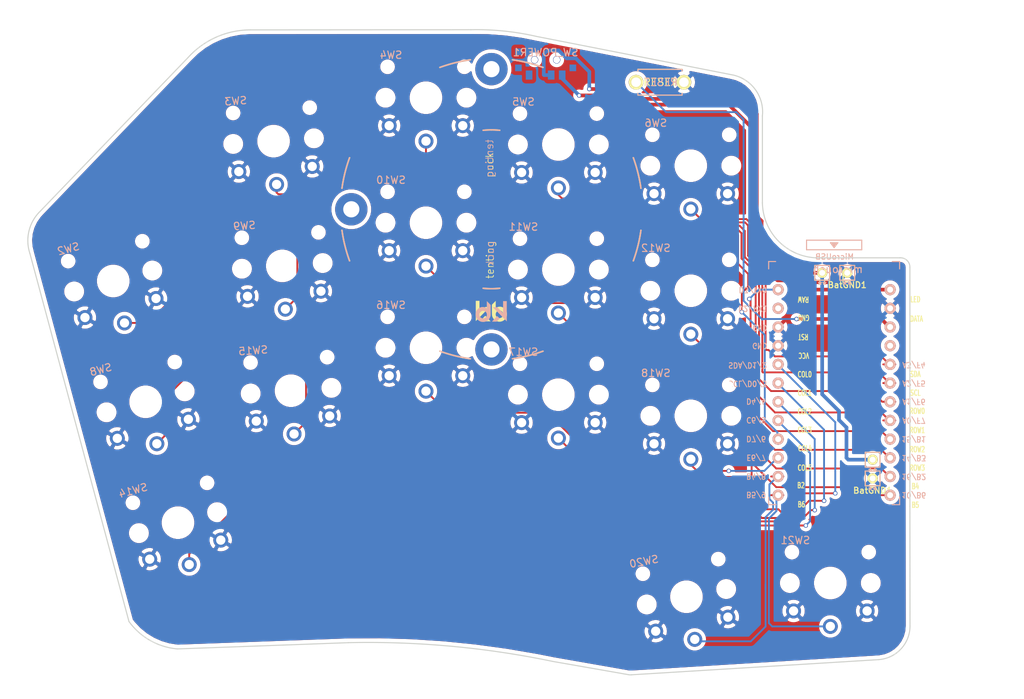
<source format=kicad_pcb>
(kicad_pcb (version 20171130) (host pcbnew 5.1.10)
  (title_block (title hypergolic) (date 2020-12-26) (rev 0.1) (company broomlabs))
  (layers (0 F.Cu signal) (31 B.Cu signal) (34 B.Paste user) (35 F.Paste user) (36 B.SilkS user) (37 F.SilkS user) (38 B.Mask user) (39 F.Mask user) (44 Edge.Cuts user))
  (net 0 "")
  (net 1 reset)
  (net 2 BT+)
  (net 3 gnd)
  (net 4 vcc)
  (net 5 Switch18)
  (net 6 Switch1)
  (net 7 Switch2)
  (net 8 Switch3)
  (net 9 Switch4)
  (net 10 Switch5)
  (net 11 Switch6)
  (net 12 Switch7)
  (net 13 Switch8)
  (net 14 Switch9)
  (net 15 Switch10)
  (net 16 Switch11)
  (net 17 Switch12)
  (net 18 Switch13)
  (net 19 Switch14)
  (net 20 Switch15)
  (net 21 Switch16)
  (net 22 Switch17)
  (net 23 "Net-(SW_POWER1-Pad1)")
  (net 24 raw)
  (module Kailh:SW_PG1350_rev_DPB (layer F.Cu) (at 98 46.04)
    (fp_text reference SW11 hide)
    (fp_text value SW_Push hide)
    (fp_text user %R (at -4.76 -5.8) (layer B.SilkS) (effects (justify mirror)))
    (pad "" np_thru_hole circle (at -5.5 0) (size 1.7018 1.7018) (drill 1.7018) (layers *.Cu *.Mask))
    (pad "" np_thru_hole circle (at 5.5 0) (size 1.7018 1.7018) (drill 1.7018) (layers *.Cu *.Mask))
    (pad "" np_thru_hole circle (at 5.22 -4.2) (size 0.9906 0.9906) (drill 0.9906) (layers *.Cu *.Mask))
    (pad 1 thru_hole circle (at 0 5.9) (size 2.032 2.032) (drill 1.27) (layers *.Cu *.Mask) (net 14 Switch9))
    (pad 2 thru_hole circle (at -5 3.8) (size 2.032 2.032) (drill 1.27) (layers *.Cu *.Mask) (net 3 gnd))
    (pad "" np_thru_hole circle (at 0 0) (size 3.429 3.429) (drill 3.429) (layers *.Cu *.Mask))
    (pad 2 thru_hole circle (at 5 3.8) (size 2.032 2.032) (drill 1.27) (layers *.Cu *.Mask) (net 3 gnd))
    (pad "" np_thru_hole circle (at -5.22 -4.2) (size 0.9906 0.9906) (drill 0.9906) (layers *.Cu *.Mask))
  )
  (module Kailh:SW_PG1350_rev_DPB (layer F.Cu) (at 116 65.92)
    (fp_text reference SW18 hide)
    (fp_text value SW_Push hide)
    (fp_text user %R (at -4.76 -5.8) (layer B.SilkS) (effects (justify mirror)))
    (pad "" np_thru_hole circle (at -5.5 0) (size 1.7018 1.7018) (drill 1.7018) (layers *.Cu *.Mask))
    (pad "" np_thru_hole circle (at 5.5 0) (size 1.7018 1.7018) (drill 1.7018) (layers *.Cu *.Mask))
    (pad "" np_thru_hole circle (at 5.22 -4.2) (size 0.9906 0.9906) (drill 0.9906) (layers *.Cu *.Mask))
    (pad 1 thru_hole circle (at 0 5.9) (size 2.032 2.032) (drill 1.27) (layers *.Cu *.Mask) (net 20 Switch15))
    (pad 2 thru_hole circle (at -5 3.8) (size 2.032 2.032) (drill 1.27) (layers *.Cu *.Mask) (net 3 gnd))
    (pad "" np_thru_hole circle (at 0 0) (size 3.429 3.429) (drill 3.429) (layers *.Cu *.Mask))
    (pad 2 thru_hole circle (at 5 3.8) (size 2.032 2.032) (drill 1.27) (layers *.Cu *.Mask) (net 3 gnd))
    (pad "" np_thru_hole circle (at -5.22 -4.2) (size 0.9906 0.9906) (drill 0.9906) (layers *.Cu *.Mask))
  )
  (module Kailh:SW_PG1350_rev_DPB (layer F.Cu) (at 59.2853 28.5816 4)
    (fp_text reference SW3 hide)
    (fp_text value SW_Push hide)
    (fp_text user %R (at -4.76 -5.8 4) (layer B.SilkS) (effects (justify mirror)))
    (pad "" np_thru_hole circle (at -5.5 0 4) (size 1.7018 1.7018) (drill 1.7018) (layers *.Cu *.Mask))
    (pad "" np_thru_hole circle (at 5.5 0 4) (size 1.7018 1.7018) (drill 1.7018) (layers *.Cu *.Mask))
    (pad "" np_thru_hole circle (at 5.22 -4.2 4) (size 0.9906 0.9906) (drill 0.9906) (layers *.Cu *.Mask))
    (pad 1 thru_hole circle (at 0 5.9 4) (size 2.032 2.032) (drill 1.27) (layers *.Cu *.Mask) (net 7 Switch2))
    (pad 2 thru_hole circle (at -5 3.8 4) (size 2.032 2.032) (drill 1.27) (layers *.Cu *.Mask) (net 3 gnd))
    (pad "" np_thru_hole circle (at 0 0 4) (size 3.429 3.429) (drill 3.429) (layers *.Cu *.Mask))
    (pad 2 thru_hole circle (at 5 3.8 4) (size 2.032 2.032) (drill 1.27) (layers *.Cu *.Mask) (net 3 gnd))
    (pad "" np_thru_hole circle (at -5.22 -4.2 4) (size 0.9906 0.9906) (drill 0.9906) (layers *.Cu *.Mask))
  )
  (module Kailh:SW_PG1350_rev_DPB (layer F.Cu) (at 116 48.92)
    (fp_text reference SW12 hide)
    (fp_text value SW_Push hide)
    (fp_text user %R (at -4.76 -5.8) (layer B.SilkS) (effects (justify mirror)))
    (pad "" np_thru_hole circle (at -5.5 0) (size 1.7018 1.7018) (drill 1.7018) (layers *.Cu *.Mask))
    (pad "" np_thru_hole circle (at 5.5 0) (size 1.7018 1.7018) (drill 1.7018) (layers *.Cu *.Mask))
    (pad "" np_thru_hole circle (at 5.22 -4.2) (size 0.9906 0.9906) (drill 0.9906) (layers *.Cu *.Mask))
    (pad 1 thru_hole circle (at 0 5.9) (size 2.032 2.032) (drill 1.27) (layers *.Cu *.Mask) (net 15 Switch10))
    (pad 2 thru_hole circle (at -5 3.8) (size 2.032 2.032) (drill 1.27) (layers *.Cu *.Mask) (net 3 gnd))
    (pad "" np_thru_hole circle (at 0 0) (size 3.429 3.429) (drill 3.429) (layers *.Cu *.Mask))
    (pad 2 thru_hole circle (at 5 3.8) (size 2.032 2.032) (drill 1.27) (layers *.Cu *.Mask) (net 3 gnd))
    (pad "" np_thru_hole circle (at -5.22 -4.2) (size 0.9906 0.9906) (drill 0.9906) (layers *.Cu *.Mask))
  )
  (module Kailh:SW_PG1350_rev_DPB (layer F.Cu) (at 134.966 88.646)
    (fp_text reference SW21 hide)
    (fp_text value SW_Push hide)
    (fp_text user %R (at -4.76 -5.8) (layer B.SilkS) (effects (justify mirror)))
    (pad "" np_thru_hole circle (at -5.5 0) (size 1.7018 1.7018) (drill 1.7018) (layers *.Cu *.Mask))
    (pad "" np_thru_hole circle (at 5.5 0) (size 1.7018 1.7018) (drill 1.7018) (layers *.Cu *.Mask))
    (pad "" np_thru_hole circle (at 5.22 -4.2) (size 0.9906 0.9906) (drill 0.9906) (layers *.Cu *.Mask))
    (pad 1 thru_hole circle (at 0 5.9) (size 2.032 2.032) (drill 1.27) (layers *.Cu *.Mask) (net 22 Switch17))
    (pad 2 thru_hole circle (at -5 3.8) (size 2.032 2.032) (drill 1.27) (layers *.Cu *.Mask) (net 3 gnd))
    (pad "" np_thru_hole circle (at 0 0) (size 3.429 3.429) (drill 3.429) (layers *.Cu *.Mask))
    (pad 2 thru_hole circle (at 5 3.8) (size 2.032 2.032) (drill 1.27) (layers *.Cu *.Mask) (net 3 gnd))
    (pad "" np_thru_hole circle (at -5.22 -4.2) (size 0.9906 0.9906) (drill 0.9906) (layers *.Cu *.Mask))
  )
  (module Kailh:SW_PG1350_rev_DPB (layer F.Cu) (at 115.408 90.514 11)
    (fp_text reference SW20 hide)
    (fp_text value SW_Push hide)
    (fp_text user %R (at -4.76 -5.8 11) (layer B.SilkS) (effects (justify mirror)))
    (pad "" np_thru_hole circle (at -5.5 0 11) (size 1.7018 1.7018) (drill 1.7018) (layers *.Cu *.Mask))
    (pad "" np_thru_hole circle (at 5.5 0 11) (size 1.7018 1.7018) (drill 1.7018) (layers *.Cu *.Mask))
    (pad "" np_thru_hole circle (at 5.22 -4.2 11) (size 0.9906 0.9906) (drill 0.9906) (layers *.Cu *.Mask))
    (pad 1 thru_hole circle (at 0 5.9 11) (size 2.032 2.032) (drill 1.27) (layers *.Cu *.Mask) (net 21 Switch16))
    (pad 2 thru_hole circle (at -5 3.8 11) (size 2.032 2.032) (drill 1.27) (layers *.Cu *.Mask) (net 3 gnd))
    (pad "" np_thru_hole circle (at 0 0 11) (size 3.429 3.429) (drill 3.429) (layers *.Cu *.Mask))
    (pad 2 thru_hole circle (at 5 3.8 11) (size 2.032 2.032) (drill 1.27) (layers *.Cu *.Mask) (net 3 gnd))
    (pad "" np_thru_hole circle (at -5.22 -4.2 11) (size 0.9906 0.9906) (drill 0.9906) (layers *.Cu *.Mask))
  )
  (module Kailh:SW_PG1350_rev_DPB (layer F.Cu) (at 98 63.045)
    (fp_text reference SW17 hide)
    (fp_text value SW_Push hide)
    (fp_text user %R (at -4.76 -5.8) (layer B.SilkS) (effects (justify mirror)))
    (pad "" np_thru_hole circle (at -5.5 0) (size 1.7018 1.7018) (drill 1.7018) (layers *.Cu *.Mask))
    (pad "" np_thru_hole circle (at 5.5 0) (size 1.7018 1.7018) (drill 1.7018) (layers *.Cu *.Mask))
    (pad "" np_thru_hole circle (at 5.22 -4.2) (size 0.9906 0.9906) (drill 0.9906) (layers *.Cu *.Mask))
    (pad 1 thru_hole circle (at 0 5.9) (size 2.032 2.032) (drill 1.27) (layers *.Cu *.Mask) (net 19 Switch14))
    (pad 2 thru_hole circle (at -5 3.8) (size 2.032 2.032) (drill 1.27) (layers *.Cu *.Mask) (net 3 gnd))
    (pad "" np_thru_hole circle (at 0 0) (size 3.429 3.429) (drill 3.429) (layers *.Cu *.Mask))
    (pad 2 thru_hole circle (at 5 3.8) (size 2.032 2.032) (drill 1.27) (layers *.Cu *.Mask) (net 3 gnd))
    (pad "" np_thru_hole circle (at -5.22 -4.2) (size 0.9906 0.9906) (drill 0.9906) (layers *.Cu *.Mask))
  )
  (module Kailh:SW_PG1350_rev_DPB (layer F.Cu) (at 80 56.67)
    (fp_text reference SW16 hide)
    (fp_text value SW_Push hide)
    (fp_text user %R (at -4.76 -5.8) (layer B.SilkS) (effects (justify mirror)))
    (pad "" np_thru_hole circle (at -5.5 0) (size 1.7018 1.7018) (drill 1.7018) (layers *.Cu *.Mask))
    (pad "" np_thru_hole circle (at 5.5 0) (size 1.7018 1.7018) (drill 1.7018) (layers *.Cu *.Mask))
    (pad "" np_thru_hole circle (at 5.22 -4.2) (size 0.9906 0.9906) (drill 0.9906) (layers *.Cu *.Mask))
    (pad 1 thru_hole circle (at 0 5.9) (size 2.032 2.032) (drill 1.27) (layers *.Cu *.Mask) (net 18 Switch13))
    (pad 2 thru_hole circle (at -5 3.8) (size 2.032 2.032) (drill 1.27) (layers *.Cu *.Mask) (net 3 gnd))
    (pad "" np_thru_hole circle (at 0 0) (size 3.429 3.429) (drill 3.429) (layers *.Cu *.Mask))
    (pad 2 thru_hole circle (at 5 3.8) (size 2.032 2.032) (drill 1.27) (layers *.Cu *.Mask) (net 3 gnd))
    (pad "" np_thru_hole circle (at -5.22 -4.2) (size 0.9906 0.9906) (drill 0.9906) (layers *.Cu *.Mask))
  )
  (module Kailh:SW_PG1350_rev_DPB (layer F.Cu) (at 61.6573 62.5037 4)
    (fp_text reference SW15 hide)
    (fp_text value SW_Push hide)
    (fp_text user %R (at -4.76 -5.8 4) (layer B.SilkS) (effects (justify mirror)))
    (pad "" np_thru_hole circle (at -5.5 0 4) (size 1.7018 1.7018) (drill 1.7018) (layers *.Cu *.Mask))
    (pad "" np_thru_hole circle (at 5.5 0 4) (size 1.7018 1.7018) (drill 1.7018) (layers *.Cu *.Mask))
    (pad "" np_thru_hole circle (at 5.22 -4.2 4) (size 0.9906 0.9906) (drill 0.9906) (layers *.Cu *.Mask))
    (pad 1 thru_hole circle (at 0 5.9 4) (size 2.032 2.032) (drill 1.27) (layers *.Cu *.Mask) (net 17 Switch12))
    (pad 2 thru_hole circle (at -5 3.8 4) (size 2.032 2.032) (drill 1.27) (layers *.Cu *.Mask) (net 3 gnd))
    (pad "" np_thru_hole circle (at 0 0 4) (size 3.429 3.429) (drill 3.429) (layers *.Cu *.Mask))
    (pad 2 thru_hole circle (at 5 3.8 4) (size 2.032 2.032) (drill 1.27) (layers *.Cu *.Mask) (net 3 gnd))
    (pad "" np_thru_hole circle (at -5.22 -4.2 4) (size 0.9906 0.9906) (drill 0.9906) (layers *.Cu *.Mask))
  )
  (module Kailh:SW_PG1350_rev_DPB (layer F.Cu) (at 80 39.67)
    (fp_text reference SW10 hide)
    (fp_text value SW_Push hide)
    (fp_text user %R (at -4.76 -5.8) (layer B.SilkS) (effects (justify mirror)))
    (pad "" np_thru_hole circle (at -5.5 0) (size 1.7018 1.7018) (drill 1.7018) (layers *.Cu *.Mask))
    (pad "" np_thru_hole circle (at 5.5 0) (size 1.7018 1.7018) (drill 1.7018) (layers *.Cu *.Mask))
    (pad "" np_thru_hole circle (at 5.22 -4.2) (size 0.9906 0.9906) (drill 0.9906) (layers *.Cu *.Mask))
    (pad 1 thru_hole circle (at 0 5.9) (size 2.032 2.032) (drill 1.27) (layers *.Cu *.Mask) (net 13 Switch8))
    (pad 2 thru_hole circle (at -5 3.8) (size 2.032 2.032) (drill 1.27) (layers *.Cu *.Mask) (net 3 gnd))
    (pad "" np_thru_hole circle (at 0 0) (size 3.429 3.429) (drill 3.429) (layers *.Cu *.Mask))
    (pad 2 thru_hole circle (at 5 3.8) (size 2.032 2.032) (drill 1.27) (layers *.Cu *.Mask) (net 3 gnd))
    (pad "" np_thru_hole circle (at -5.22 -4.2) (size 0.9906 0.9906) (drill 0.9906) (layers *.Cu *.Mask))
  )
  (module Kailh:SW_PG1350_rev_DPB (layer F.Cu) (at 116 31.92)
    (fp_text reference SW6 hide)
    (fp_text value SW_Push hide)
    (fp_text user %R (at -4.76 -5.8) (layer B.SilkS) (effects (justify mirror)))
    (pad "" np_thru_hole circle (at -5.5 0) (size 1.7018 1.7018) (drill 1.7018) (layers *.Cu *.Mask))
    (pad "" np_thru_hole circle (at 5.5 0) (size 1.7018 1.7018) (drill 1.7018) (layers *.Cu *.Mask))
    (pad "" np_thru_hole circle (at 5.22 -4.2) (size 0.9906 0.9906) (drill 0.9906) (layers *.Cu *.Mask))
    (pad 1 thru_hole circle (at 0 5.9) (size 2.032 2.032) (drill 1.27) (layers *.Cu *.Mask) (net 10 Switch5))
    (pad 2 thru_hole circle (at -5 3.8) (size 2.032 2.032) (drill 1.27) (layers *.Cu *.Mask) (net 3 gnd))
    (pad "" np_thru_hole circle (at 0 0) (size 3.429 3.429) (drill 3.429) (layers *.Cu *.Mask))
    (pad 2 thru_hole circle (at 5 3.8) (size 2.032 2.032) (drill 1.27) (layers *.Cu *.Mask) (net 3 gnd))
    (pad "" np_thru_hole circle (at -5.22 -4.2) (size 0.9906 0.9906) (drill 0.9906) (layers *.Cu *.Mask))
  )
  (module Kailh:SW_PG1350_rev_DPB (layer F.Cu) (at 98 29.04)
    (fp_text reference SW5 hide)
    (fp_text value SW_Push hide)
    (fp_text user %R (at -4.76 -5.8) (layer B.SilkS) (effects (justify mirror)))
    (pad "" np_thru_hole circle (at -5.5 0) (size 1.7018 1.7018) (drill 1.7018) (layers *.Cu *.Mask))
    (pad "" np_thru_hole circle (at 5.5 0) (size 1.7018 1.7018) (drill 1.7018) (layers *.Cu *.Mask))
    (pad "" np_thru_hole circle (at 5.22 -4.2) (size 0.9906 0.9906) (drill 0.9906) (layers *.Cu *.Mask))
    (pad 1 thru_hole circle (at 0 5.9) (size 2.032 2.032) (drill 1.27) (layers *.Cu *.Mask) (net 9 Switch4))
    (pad 2 thru_hole circle (at -5 3.8) (size 2.032 2.032) (drill 1.27) (layers *.Cu *.Mask) (net 3 gnd))
    (pad "" np_thru_hole circle (at 0 0) (size 3.429 3.429) (drill 3.429) (layers *.Cu *.Mask))
    (pad 2 thru_hole circle (at 5 3.8) (size 2.032 2.032) (drill 1.27) (layers *.Cu *.Mask) (net 3 gnd))
    (pad "" np_thru_hole circle (at -5.22 -4.2) (size 0.9906 0.9906) (drill 0.9906) (layers *.Cu *.Mask))
  )
  (module Kailh:SW_PG1350_rev_DPB (layer F.Cu) (at 80 22.68)
    (fp_text reference SW4 hide)
    (fp_text value SW_Push hide)
    (fp_text user %R (at -4.76 -5.8) (layer B.SilkS) (effects (justify mirror)))
    (pad "" np_thru_hole circle (at -5.5 0) (size 1.7018 1.7018) (drill 1.7018) (layers *.Cu *.Mask))
    (pad "" np_thru_hole circle (at 5.5 0) (size 1.7018 1.7018) (drill 1.7018) (layers *.Cu *.Mask))
    (pad "" np_thru_hole circle (at 5.22 -4.2) (size 0.9906 0.9906) (drill 0.9906) (layers *.Cu *.Mask))
    (pad 1 thru_hole circle (at 0 5.9) (size 2.032 2.032) (drill 1.27) (layers *.Cu *.Mask) (net 8 Switch3))
    (pad 2 thru_hole circle (at -5 3.8) (size 2.032 2.032) (drill 1.27) (layers *.Cu *.Mask) (net 3 gnd))
    (pad "" np_thru_hole circle (at 0 0) (size 3.429 3.429) (drill 3.429) (layers *.Cu *.Mask))
    (pad 2 thru_hole circle (at 5 3.8) (size 2.032 2.032) (drill 1.27) (layers *.Cu *.Mask) (net 3 gnd))
    (pad "" np_thru_hole circle (at -5.22 -4.2) (size 0.9906 0.9906) (drill 0.9906) (layers *.Cu *.Mask))
  )
  (module Kailh:SW_PG1350_rev_DPB (layer F.Cu) (at 60.4711 45.5402 4)
    (fp_text reference SW9 hide)
    (fp_text value SW_Push hide)
    (fp_text user %R (at -4.76 -5.8 4) (layer B.SilkS) (effects (justify mirror)))
    (pad "" np_thru_hole circle (at -5.5 0 4) (size 1.7018 1.7018) (drill 1.7018) (layers *.Cu *.Mask))
    (pad "" np_thru_hole circle (at 5.5 0 4) (size 1.7018 1.7018) (drill 1.7018) (layers *.Cu *.Mask))
    (pad "" np_thru_hole circle (at 5.22 -4.2 4) (size 0.9906 0.9906) (drill 0.9906) (layers *.Cu *.Mask))
    (pad 1 thru_hole circle (at 0 5.9 4) (size 2.032 2.032) (drill 1.27) (layers *.Cu *.Mask) (net 12 Switch7))
    (pad 2 thru_hole circle (at -5 3.8 4) (size 2.032 2.032) (drill 1.27) (layers *.Cu *.Mask) (net 3 gnd))
    (pad "" np_thru_hole circle (at 0 0 4) (size 3.429 3.429) (drill 3.429) (layers *.Cu *.Mask))
    (pad 2 thru_hole circle (at 5 3.8 4) (size 2.032 2.032) (drill 1.27) (layers *.Cu *.Mask) (net 3 gnd))
    (pad "" np_thru_hole circle (at -5.22 -4.2 4) (size 0.9906 0.9906) (drill 0.9906) (layers *.Cu *.Mask))
  )
  (module kbd:1pin_conn (layer F.Cu) (at 140.716 74.422)
    (fp_text reference BatGND1 (at 0 1.651) (layer F.SilkS) (effects (font (size 0.8128 0.8128))))
    (fp_text value MountingHole_Pad hide)
    (fp_text user ** (at 0 1.651) (layer B.SilkS) (effects (font (size 0.8128 0.8128)) (justify mirror)))
    (pad 1 thru_hole circle (at 0 0) (size 1.397 1.397) (drill 0.8128) (layers *.Cu *.Mask F.SilkS) (net 3 gnd))
  )
  (module kbd:1pin_conn (layer F.Cu) (at 140.716 71.882)
    (fp_text reference ** (at 0 1.651) (layer F.SilkS) (effects (font (size 0.8128 0.8128))))
    (fp_text value Val** hide)
    (fp_text user ** (at 0 1.651) (layer B.SilkS) (effects (font (size 0.8128 0.8128)) (justify mirror)))
    (pad 1 thru_hole circle (at 0 0) (size 1.397 1.397) (drill 0.8128) (layers *.Cu *.Mask F.SilkS) (net 2 BT+))
  )
  (module kbd:ProMicro_DPB (layer B.Cu) (at 135.482 63.246 180)
    (fp_text reference U1 hide)
    (fp_text value ProMicro-kbd hide)
    (fp_text user MicroUSB (at -0.05 18.95) (layer B.SilkS) (effects (font (size 0.75 0.75) (thickness 0.12)) (justify mirror)))
    (fp_text user B4/8 (at 10.605 -10.9 180 unlocked) (layer B.SilkS) (effects (font (size 0.75 0.67) (thickness 0.125)) (justify mirror)))
    (fp_text user D2/RX1 (at 11.055 11.9 180 unlocked) (layer B.SilkS) (effects (font (size 0.75 0.67) (thickness 0.125)) (justify mirror)))
    (fp_text user B5/9 (at 10.605 -13.4 180 unlocked) (layer B.SilkS) (effects (font (size 0.75 0.67) (thickness 0.125)) (justify mirror)))
    (fp_text user C6/5 (at 10.605 -3.25 180 unlocked) (layer B.SilkS) (effects (font (size 0.75 0.67) (thickness 0.125)) (justify mirror)))
    (fp_text user SCL/D0/3 (at 11.755 1.7 180 unlocked) (layer B.SilkS) (effects (font (size 0.75 0.67) (thickness 0.125)) (justify mirror)))
    (fp_text user SDA/D1/2 (at 11.755 4.2 180 unlocked) (layer B.SilkS) (effects (font (size 0.75 0.67) (thickness 0.125)) (justify mirror)))
    (fp_text user D4/4 (at 10.605 -0.7 180 unlocked) (layer B.SilkS) (effects (font (size 0.75 0.67) (thickness 0.125)) (justify mirror)))
    (fp_text user D3/TX0 (at 11.055 14.45 180 unlocked) (layer B.SilkS) (effects (font (size 0.75 0.67) (thickness 0.125)) (justify mirror)))
    (fp_text user GND (at 10.105 9.3 180 unlocked) (layer B.SilkS) (effects (font (size 0.75 0.67) (thickness 0.125)) (justify mirror)))
    (fp_text user GND (at 10.105 6.85 180 unlocked) (layer B.SilkS) (effects (font (size 0.75 0.67) (thickness 0.125)) (justify mirror)))
    (fp_text user D7/6 (at 10.605 -5.8 180 unlocked) (layer B.SilkS) (effects (font (size 0.75 0.67) (thickness 0.125)) (justify mirror)))
    (fp_text user E6/7 (at 10.605 -8.35 180 unlocked) (layer B.SilkS) (effects (font (size 0.75 0.67) (thickness 0.125)) (justify mirror)))
    (fp_text user 16/B2 (at -10.845 -10.95 180 unlocked) (layer B.SilkS) (effects (font (size 0.75 0.67) (thickness 0.125)) (justify mirror)))
    (fp_text user 10/B6 (at -10.845 -13.45 180 unlocked) (layer B.SilkS) (effects (font (size 0.75 0.67) (thickness 0.125)) (justify mirror)))
    (fp_text user 14/B3 (at -10.845 -8.4 180 unlocked) (layer B.SilkS) (effects (font (size 0.75 0.67) (thickness 0.125)) (justify mirror)))
    (fp_text user 15/B1 (at -10.845 -5.85 180 unlocked) (layer B.SilkS) (effects (font (size 0.75 0.67) (thickness 0.125)) (justify mirror)))
    (fp_text user A0/F7 (at -10.845 -3.3 180 unlocked) (layer B.SilkS) (effects (font (size 0.75 0.67) (thickness 0.125)) (justify mirror)))
    (fp_text user A1/F6 (at -10.845 -0.75 180 unlocked) (layer B.SilkS) (effects (font (size 0.75 0.67) (thickness 0.125)) (justify mirror)))
    (fp_text user A2/F5 (at -10.845 1.75 180 unlocked) (layer B.SilkS) (effects (font (size 0.75 0.67) (thickness 0.125)) (justify mirror)))
    (fp_text user A3/F4 (at -10.845 4.25 180 unlocked) (layer B.SilkS) (effects (font (size 0.75 0.67) (thickness 0.125)) (justify mirror)))
    (fp_text user VCC (at 4.1275 5.5245 180 unlocked) (layer F.SilkS) (effects (font (size 0.75 0.5) (thickness 0.125))))
    (fp_text user RST (at 4.191 8.0645 180 unlocked) (layer F.SilkS) (effects (font (size 0.75 0.5) (thickness 0.125))))
    (fp_text user GND (at 4.1275 10.668 180 unlocked) (layer F.SilkS) (effects (font (size 0.75 0.5) (thickness 0.125))))
    (fp_text user RAW (at 4.191 13.1445 180 unlocked) (layer F.SilkS) (effects (font (size 0.75 0.5) (thickness 0.125))))
    (fp_text user "" (at -0.545 17.4) (layer B.SilkS) (effects (justify mirror)))
    (fp_text user "" (at -1.2515 16.256) (layer F.SilkS))
    (fp_text user ROW1 (at -11.3 -4.6355) (layer F.SilkS) (effects (font (size 0.75 0.5) (thickness 0.125))))
    (fp_text user COL4 (at 3.95 -7.112) (layer F.SilkS) (effects (font (size 0.75 0.5) (thickness 0.125))))
    (fp_text user ROW2 (at -11.3 -7.239) (layer F.SilkS) (effects (font (size 0.75 0.5) (thickness 0.125))))
    (fp_text user COL5 (at 4 -9.75) (layer F.SilkS) (effects (font (size 0.75 0.5) (thickness 0.125))))
    (fp_text user ROW3 (at -11.3 -9.75) (layer F.SilkS) (effects (font (size 0.75 0.5) (thickness 0.125))))
    (fp_text user B2 (at 4.5085 -12.1285) (layer F.SilkS) (effects (font (size 0.75 0.5) (thickness 0.125))))
    (fp_text user B4 (at -11.049 -12.2555) (layer F.SilkS) (effects (font (size 0.75 0.5) (thickness 0.125))))
    (fp_text user B5 (at -11.049 -14.7955) (layer F.SilkS) (effects (font (size 0.75 0.5) (thickness 0.125))))
    (fp_text user B6 (at 4.445 -14.732) (layer F.SilkS) (effects (font (size 0.75 0.5) (thickness 0.125))))
    (fp_text user COL0 (at 4 2.95) (layer F.SilkS) (effects (font (size 0.75 0.5) (thickness 0.125))))
    (fp_text user SDA (at -11.049 2.9845) (layer F.SilkS) (effects (font (size 0.75 0.5) (thickness 0.125))))
    (fp_text user COL1 (at 4 0.4445) (layer F.SilkS) (effects (font (size 0.75 0.5) (thickness 0.125))))
    (fp_text user SCL (at -11.049 0.4445) (layer F.SilkS) (effects (font (size 0.75 0.5) (thickness 0.125))))
    (fp_text user COL2 (at 4 -2.1) (layer F.SilkS) (effects (font (size 0.75 0.5) (thickness 0.125))))
    (fp_text user ROW0 (at -11.3 -2.032) (layer F.SilkS) (effects (font (size 0.75 0.5) (thickness 0.125))))
    (fp_text user COL3 (at 4 -4.6) (layer F.SilkS) (effects (font (size 0.75 0.5) (thickness 0.125))))
    (fp_text user DATA (at -11.2 10.5) (layer F.SilkS) (effects (font (size 0.75 0.5) (thickness 0.125))))
    (fp_text user LED (at -11.049 13.1445) (layer F.SilkS) (effects (font (size 0.75 0.5) (thickness 0.125))))
    (fp_text user | (at -1.2065 16.256) (layer F.SilkS))
    (fp_text user microusb (at -0.5 17.25) (layer B.SilkS) (effects (justify mirror)))
    (pad 1 thru_hole circle (at 7.6114 14.478 180) (size 1.524 1.524) (drill 0.8128) (layers *.Cu *.Mask B.SilkS) (net 15 Switch10))
    (pad 2 thru_hole circle (at 7.6114 11.938 180) (size 1.524 1.524) (drill 0.8128) (layers *.Cu *.Mask B.SilkS) (net 5 Switch18))
    (pad 3 thru_hole circle (at 7.6114 9.398 180) (size 1.524 1.524) (drill 0.8128) (layers *.Cu *.Mask B.SilkS) (net 3 gnd))
    (pad 4 thru_hole circle (at 7.6114 6.858 180) (size 1.524 1.524) (drill 0.8128) (layers *.Cu *.Mask B.SilkS) (net 3 gnd))
    (pad 5 thru_hole circle (at 7.6114 4.318 180) (size 1.524 1.524) (drill 0.8128) (layers *.Cu *.Mask B.SilkS) (net 16 Switch11))
    (pad 6 thru_hole circle (at 7.6114 1.778 180) (size 1.524 1.524) (drill 0.8128) (layers *.Cu *.Mask B.SilkS) (net 17 Switch12))
    (pad 7 thru_hole circle (at 7.6114 -0.762 180) (size 1.524 1.524) (drill 0.8128) (layers *.Cu *.Mask B.SilkS) (net 18 Switch13))
    (pad 8 thru_hole circle (at 7.6114 -3.302 180) (size 1.524 1.524) (drill 0.8128) (layers *.Cu *.Mask B.SilkS) (net 19 Switch14))
    (pad 9 thru_hole circle (at 7.6114 -5.842 180) (size 1.524 1.524) (drill 0.8128) (layers *.Cu *.Mask B.SilkS) (net 6 Switch1))
    (pad 10 thru_hole circle (at 7.6114 -8.382 180) (size 1.524 1.524) (drill 0.8128) (layers *.Cu *.Mask B.SilkS) (net 20 Switch15))
    (pad 11 thru_hole circle (at 7.6114 -10.922 180) (size 1.524 1.524) (drill 0.8128) (layers *.Cu *.Mask B.SilkS) (net 21 Switch16))
    (pad 12 thru_hole circle (at 7.6114 -13.462 180) (size 1.524 1.524) (drill 0.8128) (layers *.Cu *.Mask B.SilkS) (net 22 Switch17))
    (pad 13 thru_hole circle (at -7.6086 -13.462 180) (size 1.524 1.524) (drill 0.8128) (layers *.Cu *.Mask B.SilkS) (net 14 Switch9))
    (pad 14 thru_hole circle (at -7.6086 -10.922 180) (size 1.524 1.524) (drill 0.8128) (layers *.Cu *.Mask B.SilkS) (net 13 Switch8))
    (pad 15 thru_hole circle (at -7.6086 -8.382 180) (size 1.524 1.524) (drill 0.8128) (layers *.Cu *.Mask B.SilkS) (net 12 Switch7))
    (pad 16 thru_hole circle (at -7.6086 -5.842 180) (size 1.524 1.524) (drill 0.8128) (layers *.Cu *.Mask B.SilkS) (net 11 Switch6))
    (pad 17 thru_hole circle (at -7.6086 -3.302 180) (size 1.524 1.524) (drill 0.8128) (layers *.Cu *.Mask B.SilkS) (net 7 Switch2))
    (pad 18 thru_hole circle (at -7.6086 -0.762 180) (size 1.524 1.524) (drill 0.8128) (layers *.Cu *.Mask B.SilkS) (net 8 Switch3))
    (pad 19 thru_hole circle (at -7.6086 1.778 180) (size 1.524 1.524) (drill 0.8128) (layers *.Cu *.Mask B.SilkS) (net 9 Switch4))
    (pad 20 thru_hole circle (at -7.6086 4.318 180) (size 1.524 1.524) (drill 0.8128) (layers *.Cu *.Mask B.SilkS) (net 10 Switch5))
    (pad 21 thru_hole circle (at -7.6086 6.858 180) (size 1.524 1.524) (drill 0.8128) (layers *.Cu *.Mask B.SilkS) (net 4 vcc))
    (pad 22 thru_hole circle (at -7.6086 9.398 180) (size 1.524 1.524) (drill 0.8128) (layers *.Cu *.Mask B.SilkS) (net 1 reset))
    (pad 23 thru_hole circle (at -7.6086 11.938 180) (size 1.524 1.524) (drill 0.8128) (layers *.Cu *.Mask B.SilkS) (net 3 gnd))
    (pad 24 thru_hole circle (at -7.6086 14.478 180) (size 1.524 1.524) (drill 0.8128) (layers *.Cu *.Mask B.SilkS) (net 24 raw))
  )
  (module kbd:1pin_conn (layer F.Cu) (at 133.858 46.482)
    (fp_text reference ** (at 0 1.651) (layer F.SilkS) (effects (font (size 0.8128 0.8128))))
    (fp_text value Val** hide)
    (fp_text user ** (at 0 1.651) (layer B.SilkS) (effects (font (size 0.8128 0.8128)) (justify mirror)))
    (pad 1 thru_hole circle (at 0 0) (size 1.397 1.397) (drill 0.8128) (layers *.Cu *.Mask F.SilkS) (net 2 BT+))
  )
  (module kbd:Tenting_Puck2-3 (layer F.Cu) (at 88.9 37.846)
    (fp_text reference REF**)
    (fp_text value "Tenting Puck")
    (fp_text user puck (at -0.1905 6.0325 90 unlocked) (layer B.SilkS) (effects (font (thickness 0.1)) (justify mirror)))
    (fp_text user tenting (at -0.254 -6.9215 90) (layer B.SilkS) (effects (font (thickness 0.1)) (justify mirror)))
    (fp_text user puck (at -0.254 -6.0325 90) (layer F.SilkS) (effects (font (thickness 0.1))))
    (fp_text user tenting (at -0.1905 6.858 90) (layer F.SilkS) (effects (font (thickness 0.1))))
    (pad 1 thru_hole circle (at -19.05 0) (size 4.4 4.4) (drill 2.2) (layers *.Cu *.Mask))
    (pad 1 thru_hole circle (at 0 19.05) (size 4.4 4.4) (drill 2.2) (layers *.Cu *.Mask))
    (pad 1 thru_hole circle (at 0 -19.05) (size 4.4 4.4) (drill 2.2) (layers *.Cu *.Mask))
  )
  (module Kailh:SW_PG1350_rev_DPB (layer F.Cu) (at 46.2925 80.4417 15)
    (fp_text reference SW14 hide)
    (fp_text value SW_Push hide)
    (fp_text user %R (at -4.76 -5.8 15) (layer B.SilkS) (effects (justify mirror)))
    (pad "" np_thru_hole circle (at -5.5 0 15) (size 1.7018 1.7018) (drill 1.7018) (layers *.Cu *.Mask))
    (pad "" np_thru_hole circle (at 5.5 0 15) (size 1.7018 1.7018) (drill 1.7018) (layers *.Cu *.Mask))
    (pad "" np_thru_hole circle (at 5.22 -4.2 15) (size 0.9906 0.9906) (drill 0.9906) (layers *.Cu *.Mask))
    (pad 1 thru_hole circle (at 0 5.9 15) (size 2.032 2.032) (drill 1.27) (layers *.Cu *.Mask) (net 16 Switch11))
    (pad 2 thru_hole circle (at -5 3.8 15) (size 2.032 2.032) (drill 1.27) (layers *.Cu *.Mask) (net 3 gnd))
    (pad "" np_thru_hole circle (at 0 0 15) (size 3.429 3.429) (drill 3.429) (layers *.Cu *.Mask))
    (pad 2 thru_hole circle (at 5 3.8 15) (size 2.032 2.032) (drill 1.27) (layers *.Cu *.Mask) (net 3 gnd))
    (pad "" np_thru_hole circle (at -5.22 -4.2 15) (size 0.9906 0.9906) (drill 0.9906) (layers *.Cu *.Mask))
  )
  (module Kailh:SW_PG1350_rev_DPB (layer F.Cu) (at 41.8913 64.0161 15)
    (fp_text reference SW8 hide)
    (fp_text value SW_Push hide)
    (fp_text user %R (at -4.76 -5.8 15) (layer B.SilkS) (effects (justify mirror)))
    (pad "" np_thru_hole circle (at -5.5 0 15) (size 1.7018 1.7018) (drill 1.7018) (layers *.Cu *.Mask))
    (pad "" np_thru_hole circle (at 5.5 0 15) (size 1.7018 1.7018) (drill 1.7018) (layers *.Cu *.Mask))
    (pad "" np_thru_hole circle (at 5.22 -4.2 15) (size 0.9906 0.9906) (drill 0.9906) (layers *.Cu *.Mask))
    (pad 1 thru_hole circle (at 0 5.9 15) (size 2.032 2.032) (drill 1.27) (layers *.Cu *.Mask) (net 11 Switch6))
    (pad 2 thru_hole circle (at -5 3.8 15) (size 2.032 2.032) (drill 1.27) (layers *.Cu *.Mask) (net 3 gnd))
    (pad "" np_thru_hole circle (at 0 0 15) (size 3.429 3.429) (drill 3.429) (layers *.Cu *.Mask))
    (pad 2 thru_hole circle (at 5 3.8 15) (size 2.032 2.032) (drill 1.27) (layers *.Cu *.Mask) (net 3 gnd))
    (pad "" np_thru_hole circle (at -5.22 -4.2 15) (size 0.9906 0.9906) (drill 0.9906) (layers *.Cu *.Mask))
  )
  (module Kailh:SW_PG1350_rev_DPB (layer F.Cu) (at 37.4914 47.5954 15)
    (fp_text reference SW2 hide)
    (fp_text value SW_Push hide)
    (fp_text user %R (at -4.76 -5.8 15) (layer B.SilkS) (effects (justify mirror)))
    (pad "" np_thru_hole circle (at -5.5 0 15) (size 1.7018 1.7018) (drill 1.7018) (layers *.Cu *.Mask))
    (pad "" np_thru_hole circle (at 5.5 0 15) (size 1.7018 1.7018) (drill 1.7018) (layers *.Cu *.Mask))
    (pad "" np_thru_hole circle (at 5.22 -4.2 15) (size 0.9906 0.9906) (drill 0.9906) (layers *.Cu *.Mask))
    (pad 1 thru_hole circle (at 0 5.9 15) (size 2.032 2.032) (drill 1.27) (layers *.Cu *.Mask) (net 6 Switch1))
    (pad 2 thru_hole circle (at -5 3.8 15) (size 2.032 2.032) (drill 1.27) (layers *.Cu *.Mask) (net 3 gnd))
    (pad "" np_thru_hole circle (at 0 0 15) (size 3.429 3.429) (drill 3.429) (layers *.Cu *.Mask))
    (pad 2 thru_hole circle (at 5 3.8 15) (size 2.032 2.032) (drill 1.27) (layers *.Cu *.Mask) (net 3 gnd))
    (pad "" np_thru_hole circle (at -5.22 -4.2 15) (size 0.9906 0.9906) (drill 0.9906) (layers *.Cu *.Mask))
  )
  (module Kailh:SPDT_C128955 (layer B.Cu) (at 96.266 17.526 180)
    (fp_text reference SW_POWER1 (at 0 1) (layer B.SilkS) (effects (justify mirror)))
    (fp_text value SW_SPDT)
    (pad 0 smd rect (at -3.7 1.1 180) (size 0.9 0.9) (layers B.Cu B.Paste B.Mask))
    (pad 0 smd rect (at -3.7 -1.1 180) (size 0.9 0.9) (layers B.Cu B.Paste B.Mask))
    (pad 0 smd rect (at 3.7 -1.1 180) (size 0.9 0.9) (layers B.Cu B.Paste B.Mask))
    (pad 0 smd rect (at 3.7 1.1 180) (size 0.9 0.9) (layers B.Cu B.Paste B.Mask))
    (pad 1 smd rect (at 2.25 -2.075 180) (size 0.9 1.25) (layers B.Cu B.Paste B.Mask) (net 23 "Net-(SW_POWER1-Pad1)"))
    (pad 3 smd rect (at -2.25 -2.075 180) (size 0.9 1.25) (layers B.Cu B.Paste B.Mask) (net 24 raw))
    (pad 2 smd rect (at -0.75 -2.075 180) (size 0.9 1.25) (layers B.Cu B.Paste B.Mask) (net 2 BT+))
    (pad "" np_thru_hole circle (at -1.5 0 180) (size 1 1) (drill 0.9) (layers *.Cu *.Mask))
    (pad "" np_thru_hole circle (at 1.5 0 180) (size 1 1) (drill 0.9) (layers *.Cu *.Mask))
  )
  (module kbd:ResetSW (layer F.Cu) (at 111.812 20.574)
    (fp_text reference RSW1 hide)
    (fp_text value SW_Push)
    (fp_text user RESET (at 0 0) (layer F.SilkS))
    (fp_text user RESET (at 0.127 0) (layer B.SilkS) (effects (justify mirror)))
    (pad 2 thru_hole circle (at -3.25 0) (size 2 2) (drill 1.3) (layers *.Cu *.Mask F.SilkS) (net 1 reset))
    (pad 1 thru_hole circle (at 3.25 0) (size 2 2) (drill 1.3) (layers *.Cu *.Mask F.SilkS) (net 3 gnd))
  )
  (module kbd:1pin_conn (layer F.Cu) (at 137.262 46.482)
    (fp_text reference BatGND1 (at 0 1.651) (layer F.SilkS) (effects (font (size 0.8128 0.8128))))
    (fp_text value MountingHole_Pad hide)
    (fp_text user ** (at 0 1.651) (layer B.SilkS) (effects (font (size 0.8128 0.8128)) (justify mirror)))
    (pad 1 thru_hole circle (at 0 0) (size 1.397 1.397) (drill 0.8128) (layers *.Cu *.Mask F.SilkS) (net 3 gnd))
  )
  (gr_line (start 107.952813 101.121456) (end 141.54832 99.06) (layer Edge.Cuts) (width 0.15))
  (gr_arc (start 107.793046 99.448186) (end 107.442 101.092) (angle -17.50894085) (layer Edge.Cuts) (width 0.15))
  (gr_arc (start 141.211619 94.488) (end 141.54832 99.06) (angle -85.78810506) (layer Edge.Cuts) (width 0.15))
  (gr_line (start 97.282 99.314) (end 107.442 101.092) (layer Edge.Cuts) (width 0.15))
  (gr_arc (start 86.891921 49.82479) (end 95.033607 14.351399) (angle -14.16454563) (layer Edge.Cuts) (width 0.15))
  (gr_arc (start 72.159282 219.965279) (end 69.451546 96.755903) (angle 13.02135768) (layer Edge.Cuts) (width 0.15))
  (gr_line (start 145.796 94.488) (end 145.78 78.232) (angle 90) (layer Edge.Cuts) (width 0.15))
  (gr_line (start 86.105472 13.437567) (end 56.134 13.462) (angle 90) (layer Edge.Cuts) (width 0.15))
  (gr_line (start 46.217948 97.605617) (end 69.451546 96.755903) (layer Edge.Cuts) (width 0.15))
  (gr_arc (start 133.35 36.82861) (end 125.73 36.974151) (angle -90.81459567) (layer Edge.Cuts) (width 0.15))
  (gr_arc (start 120.632493 24.59991) (end 125.73 25.146) (angle -87.32605082) (layer Edge.Cuts) (width 0.15))
  (gr_arc (start 46.994398 88.544346) (end 39.628398 93.878346) (angle -49.19263052) (layer Edge.Cuts) (width 0.15))
  (gr_line (start 47.676485 17.20335) (end 27.513839 38.16132) (angle 90) (layer Edge.Cuts) (width 0.15))
  (gr_arc (start 31.454299 42.103296) (end 27.513839 38.16132) (angle -63.29582795) (layer Edge.Cuts) (width 0.15))
  (gr_line (start 125.73 36.974151) (end 125.73 25.146) (angle 90) (layer Edge.Cuts) (width 0.15))
  (gr_arc (start 144.51 45.71) (end 145.78 45.72) (angle -94.05555909) (layer Edge.Cuts) (width 0.15))
  (gr_arc (start 56.134 24.892) (end 56.134 13.462) (angle -47.72631099) (layer Edge.Cuts) (width 0.15))
  (gr_line (start 144.430156 44.442473) (end 133.603859 44.445771) (angle 90) (layer Edge.Cuts) (width 0.15))
  (gr_line (start 26.162 43.852) (end 39.628398 93.878346) (angle 90) (layer Edge.Cuts) (width 0.15))
  (gr_line (start 145.78 78.232) (end 145.78 45.72) (angle 90) (layer Edge.Cuts) (width 0.15))
  (gr_line (start 121.415799 19.53343) (end 95.033607 14.351399) (angle 90) (layer Edge.Cuts) (width 0.15))
  (segment (start 93.98 53.594) (end 93.980002 53.593998) (width 0.25) (layer F.Cu) (net 0))
  (segment (start 123.174953 25.638953) (end 123.174953 50.276953) (width 0.25) (layer B.Cu) (net 1))
  (segment (start 122.174 24.638) (end 123.174953 25.638953) (width 0.25) (layer B.Cu) (net 1))
  (segment (start 112.626 24.638) (end 122.174 24.638) (width 0.25) (layer B.Cu) (net 1))
  (segment (start 108.562 20.574) (end 112.626 24.638) (width 0.25) (layer B.Cu) (net 1))
  (segment (start 125.801001 52.760999) (end 130.373001 52.760999) (width 0.25) (layer B.Cu) (net 1))
  (segment (start 125.73 52.832) (end 125.801001 52.760999) (width 0.25) (layer B.Cu) (net 1))
  (segment (start 123.174953 50.276953) (end 125.73 52.832) (width 0.25) (layer B.Cu) (net 1))
  (via (at 130.373001 52.760999) (size 0.6) (drill 0.4) (layers F.Cu B.Cu) (net 1))
  (segment (start 141.903599 52.760999) (end 142.9906 53.848) (width 0.5) (layer F.Cu) (net 1))
  (segment (start 130.373001 52.760999) (end 141.903599 52.760999) (width 0.5) (layer F.Cu) (net 1))
  (segment (start 106.119353 21.497333) (end 102.200667 21.497333) (width 0.5) (layer F.Cu) (net 2))
  (segment (start 122.91599 22.83999) (end 107.46201 22.83999) (width 0.5) (layer F.Cu) (net 2))
  (segment (start 124.968 24.892) (end 122.91599 22.83999) (width 0.5) (layer F.Cu) (net 2))
  (segment (start 125.638887 39.461114) (end 124.968 38.790227) (width 0.5) (layer F.Cu) (net 2))
  (segment (start 107.46201 22.83999) (end 106.119353 21.497333) (width 0.5) (layer F.Cu) (net 2))
  (segment (start 125.615574 39.484426) (end 125.638887 39.461114) (width 0.5) (layer F.Cu) (net 2))
  (segment (start 125.615574 43.548426) (end 125.615574 39.484426) (width 0.5) (layer F.Cu) (net 2))
  (segment (start 128.549148 46.482) (end 125.615574 43.548426) (width 0.5) (layer F.Cu) (net 2))
  (segment (start 124.968 38.790227) (end 124.968 24.892) (width 0.5) (layer F.Cu) (net 2))
  (segment (start 134.112 46.482) (end 128.549148 46.482) (width 0.5) (layer F.Cu) (net 2))
  (via (at 102.200667 21.497333) (size 0.6) (drill 0.4) (layers F.Cu B.Cu) (net 2))
  (segment (start 96.055 19.601) (end 97.016 19.601) (width 0.5) (layer B.Cu) (net 2))
  (segment (start 96.012 19.558) (end 96.055 19.601) (width 0.5) (layer B.Cu) (net 2))
  (segment (start 96.012 16.764) (end 96.012 19.558) (width 0.5) (layer B.Cu) (net 2))
  (segment (start 98.044 16.256) (end 96.52 16.256) (width 0.5) (layer B.Cu) (net 2))
  (segment (start 99.114001 17.326001) (end 98.044 16.256) (width 0.5) (layer B.Cu) (net 2))
  (segment (start 100.376003 17.326001) (end 99.114001 17.326001) (width 0.5) (layer B.Cu) (net 2))
  (segment (start 96.52 16.256) (end 96.012 16.764) (width 0.5) (layer B.Cu) (net 2))
  (segment (start 102.200667 19.150665) (end 100.376003 17.326001) (width 0.5) (layer B.Cu) (net 2))
  (segment (start 102.200667 21.497333) (end 102.200667 19.150665) (width 0.5) (layer B.Cu) (net 2))
  (segment (start 133.858 46.482) (end 133.858 62.992) (width 0.5) (layer B.Cu) (net 2))
  (segment (start 136.144 66.488214) (end 137.16 67.504214) (width 0.5) (layer B.Cu) (net 2))
  (segment (start 136.144 65.278) (end 136.144 66.488214) (width 0.5) (layer B.Cu) (net 2))
  (segment (start 133.858 62.992) (end 136.144 65.278) (width 0.5) (layer B.Cu) (net 2))
  (segment (start 137.414 71.882) (end 137.16 71.628) (width 0.5) (layer B.Cu) (net 2))
  (segment (start 140.716 71.882) (end 137.414 71.882) (width 0.5) (layer B.Cu) (net 2))
  (segment (start 137.16 67.504214) (end 137.16 71.628) (width 0.5) (layer B.Cu) (net 2))
  (segment (start 123.799954 48.514) (end 123.799954 48.514) (width 0.25) (layer F.Cu) (net 6))
  (via (at 122.936 51.816) (size 0.6) (drill 0.4) (layers F.Cu B.Cu) (net 6))
  (segment (start 42.209897 53.294362) (end 39.018432 53.294362) (width 0.25) (layer F.Cu) (net 6))
  (segment (start 46.736129 44.957871) (end 46.736129 48.768129) (width 0.25) (layer F.Cu) (net 6))
  (segment (start 55.446162 36.247838) (end 46.736129 44.957871) (width 0.25) (layer F.Cu) (net 6))
  (segment (start 122.130425 40.978835) (end 111.844835 40.978835) (width 0.25) (layer F.Cu) (net 6))
  (segment (start 123.799954 46.634046) (end 122.436762 45.270854) (width 0.25) (layer F.Cu) (net 6))
  (segment (start 92.3372 37.73002) (end 86.92317 32.31599) (width 0.25) (layer F.Cu) (net 6))
  (segment (start 122.436762 45.270854) (end 122.436762 41.410762) (width 0.25) (layer F.Cu) (net 6))
  (segment (start 46.736129 48.768129) (end 42.209897 53.294362) (width 0.25) (layer F.Cu) (net 6))
  (segment (start 122.37501 41.22342) (end 122.130425 40.978835) (width 0.25) (layer F.Cu) (net 6))
  (segment (start 108.59602 37.73002) (end 92.3372 37.73002) (width 0.25) (layer F.Cu) (net 6))
  (segment (start 122.436762 41.410762) (end 122.37501 41.34901) (width 0.25) (layer F.Cu) (net 6))
  (segment (start 122.37501 41.34901) (end 122.37501 41.22342) (width 0.25) (layer F.Cu) (net 6))
  (segment (start 111.844835 40.978835) (end 108.59602 37.73002) (width 0.25) (layer F.Cu) (net 6))
  (segment (start 64.178229 36.247837) (end 55.446162 36.247838) (width 0.25) (layer F.Cu) (net 6))
  (segment (start 68.12999 32.31599) (end 68.120033 32.306033) (width 0.25) (layer F.Cu) (net 6))
  (segment (start 86.92317 32.31599) (end 68.12999 32.31599) (width 0.25) (layer F.Cu) (net 6))
  (segment (start 68.120033 32.306033) (end 64.178229 36.247837) (width 0.25) (layer F.Cu) (net 6))
  (segment (start 122.936 49.225908) (end 122.936 51.816) (width 0.25) (layer F.Cu) (net 6))
  (segment (start 123.799954 48.361954) (end 122.936 49.225908) (width 0.25) (layer F.Cu) (net 6))
  (segment (start 123.799954 48.514) (end 123.799954 48.361954) (width 0.25) (layer F.Cu) (net 6))
  (segment (start 123.799954 48.361954) (end 123.799954 46.634046) (width 0.25) (layer F.Cu) (net 6))
  (segment (start 122.936 51.816) (end 126.055001 54.935001) (width 0.25) (layer B.Cu) (net 6))
  (segment (start 127.7706 68.156762) (end 127.7706 69.088) (width 0.25) (layer B.Cu) (net 6))
  (segment (start 126.055001 66.441163) (end 127.7706 68.156762) (width 0.25) (layer B.Cu) (net 6))
  (segment (start 126.055001 54.935001) (end 126.055001 66.441163) (width 0.25) (layer B.Cu) (net 6))
  (segment (start 122.316825 40.528825) (end 122.34295 40.55495) (width 0.25) (layer F.Cu) (net 7))
  (segment (start 122.886772 44.532002) (end 124.816969 46.462199) (width 0.25) (layer F.Cu) (net 7))
  (segment (start 122.886772 41.098772) (end 122.886772 44.532002) (width 0.25) (layer F.Cu) (net 7))
  (segment (start 122.316825 40.528825) (end 122.886772 41.098772) (width 0.25) (layer F.Cu) (net 7))
  (segment (start 122.062825 40.528825) (end 122.316825 40.528825) (width 0.25) (layer F.Cu) (net 7))
  (segment (start 112.154005 40.528825) (end 122.062825 40.528825) (width 0.25) (layer F.Cu) (net 7))
  (segment (start 92.5236 37.28001) (end 108.90519 37.28001) (width 0.25) (layer F.Cu) (net 7))
  (segment (start 87.099614 31.856024) (end 92.5236 37.28001) (width 0.25) (layer F.Cu) (net 7))
  (segment (start 63.991828 35.797828) (end 67.933632 31.856024) (width 0.25) (layer F.Cu) (net 7))
  (segment (start 108.90519 37.28001) (end 112.154005 40.528825) (width 0.25) (layer F.Cu) (net 7))
  (segment (start 67.933632 31.856024) (end 87.099614 31.856024) (width 0.25) (layer F.Cu) (net 7))
  (segment (start 142.155238 66.548) (end 143.8004 66.548) (width 0.25) (layer F.Cu) (net 7))
  (segment (start 127.436999 65.460999) (end 141.903599 65.460999) (width 0.25) (layer F.Cu) (net 7))
  (segment (start 124.816969 46.462199) (end 124.816969 62.635031) (width 0.25) (layer F.Cu) (net 7))
  (segment (start 141.903599 65.460999) (end 142.9906 66.548) (width 0.25) (layer F.Cu) (net 7))
  (segment (start 124.816969 62.840969) (end 127.436999 65.460999) (width 0.25) (layer F.Cu) (net 7))
  (segment (start 124.816969 62.635031) (end 124.816969 62.840969) (width 0.25) (layer F.Cu) (net 7))
  (segment (start 59.927828 35.797828) (end 60.689828 35.797828) (width 0.25) (layer F.Cu) (net 7))
  (segment (start 59.696863 35.566863) (end 59.927828 35.797828) (width 0.25) (layer F.Cu) (net 7))
  (segment (start 59.696863 34.467228) (end 59.696863 35.566863) (width 0.25) (layer F.Cu) (net 7))
  (segment (start 60.689828 35.797828) (end 63.991828 35.797828) (width 0.25) (layer F.Cu) (net 7))
  (segment (start 123.336782 44.345602) (end 125.266979 46.275799) (width 0.25) (layer F.Cu) (net 8))
  (segment (start 123.336782 40.786782) (end 123.336782 44.345602) (width 0.25) (layer F.Cu) (net 8))
  (segment (start 112.340405 40.078815) (end 122.628815 40.078815) (width 0.25) (layer F.Cu) (net 8))
  (segment (start 92.71 36.83) (end 109.09159 36.83) (width 0.25) (layer F.Cu) (net 8))
  (segment (start 87.286014 31.406014) (end 92.71 36.83) (width 0.25) (layer F.Cu) (net 8))
  (segment (start 122.628815 40.078815) (end 123.336782 40.786782) (width 0.25) (layer F.Cu) (net 8))
  (segment (start 109.09159 36.83) (end 112.340405 40.078815) (width 0.25) (layer F.Cu) (net 8))
  (segment (start 142.24 64.008) (end 143.8004 64.008) (width 0.25) (layer F.Cu) (net 8))
  (segment (start 142.017218 64.008) (end 142.24 64.008) (width 0.25) (layer F.Cu) (net 8))
  (segment (start 126.906959 62.555001) (end 140.564219 62.555001) (width 0.25) (layer F.Cu) (net 8))
  (segment (start 125.266979 60.915021) (end 126.906959 62.555001) (width 0.25) (layer F.Cu) (net 8))
  (segment (start 125.266979 46.275799) (end 125.266979 60.915021) (width 0.25) (layer F.Cu) (net 8))
  (segment (start 140.564219 62.555001) (end 142.017218 64.008) (width 0.25) (layer F.Cu) (net 8))
  (segment (start 80 30.47) (end 80.936014 31.406014) (width 0.25) (layer F.Cu) (net 8))
  (segment (start 80 28.58) (end 80 30.47) (width 0.25) (layer F.Cu) (net 8))
  (segment (start 80.936014 31.406014) (end 87.286014 31.406014) (width 0.25) (layer F.Cu) (net 8))
  (segment (start 123.367019 39.628805) (end 123.786791 40.048577) (width 0.25) (layer F.Cu) (net 9))
  (segment (start 123.786791 40.048577) (end 123.786791 44.159201) (width 0.25) (layer F.Cu) (net 9))
  (segment (start 109.27799 36.37999) (end 112.526805 39.628805) (width 0.25) (layer F.Cu) (net 9))
  (segment (start 123.786791 44.159201) (end 125.716989 46.089399) (width 0.25) (layer F.Cu) (net 9))
  (segment (start 112.526805 39.628805) (end 123.367019 39.628805) (width 0.25) (layer F.Cu) (net 9))
  (segment (start 142.155238 61.468) (end 143.8004 61.468) (width 0.25) (layer F.Cu) (net 9))
  (segment (start 141.537601 60.015001) (end 142.9906 61.468) (width 0.25) (layer F.Cu) (net 9))
  (segment (start 125.801001 60.015001) (end 141.537601 60.015001) (width 0.25) (layer F.Cu) (net 9))
  (segment (start 125.716989 59.930989) (end 125.801001 60.015001) (width 0.25) (layer F.Cu) (net 9))
  (segment (start 125.716989 46.089399) (end 125.716989 59.930989) (width 0.25) (layer F.Cu) (net 9))
  (segment (start 98 35.88598) (end 98.49401 36.37999) (width 0.25) (layer F.Cu) (net 9))
  (segment (start 98 34.94) (end 98 35.88598) (width 0.25) (layer F.Cu) (net 9))
  (segment (start 98.49401 36.37999) (end 109.27799 36.37999) (width 0.25) (layer F.Cu) (net 9))
  (segment (start 124.236801 43.972801) (end 126.166999 45.902999) (width 0.25) (layer F.Cu) (net 10))
  (segment (start 124.236801 39.862177) (end 124.236801 43.972801) (width 0.25) (layer F.Cu) (net 10))
  (segment (start 123.553419 39.178795) (end 124.236801 39.862177) (width 0.25) (layer F.Cu) (net 10))
  (segment (start 142.155238 58.928) (end 143.8004 58.928) (width 0.25) (layer F.Cu) (net 10))
  (segment (start 141.903599 57.840999) (end 142.9906 58.928) (width 0.25) (layer F.Cu) (net 10))
  (segment (start 127.436999 57.840999) (end 141.903599 57.840999) (width 0.25) (layer F.Cu) (net 10))
  (segment (start 126.563001 56.967001) (end 127.436999 57.840999) (width 0.25) (layer F.Cu) (net 10))
  (segment (start 126.166999 56.967001) (end 126.563001 56.967001) (width 0.25) (layer F.Cu) (net 10))
  (segment (start 126.166999 45.902999) (end 126.166999 56.967001) (width 0.25) (layer F.Cu) (net 10))
  (segment (start 116 37.82) (end 117.285205 39.105205) (width 0.25) (layer F.Cu) (net 10))
  (segment (start 117.285205 39.105205) (end 117.285205 39.178795) (width 0.25) (layer F.Cu) (net 10))
  (segment (start 117.285205 39.178795) (end 123.553419 39.178795) (width 0.25) (layer F.Cu) (net 10))
  (segment (start 44.45 63.606153) (end 44.45 68.683394) (width 0.25) (layer F.Cu) (net 11))
  (segment (start 47.186139 45.144271) (end 47.186139 60.870014) (width 0.25) (layer F.Cu) (net 11))
  (segment (start 55.632564 36.697846) (end 47.186139 45.144271) (width 0.25) (layer F.Cu) (net 11))
  (segment (start 64.364628 36.697846) (end 55.632564 36.697846) (width 0.25) (layer F.Cu) (net 11))
  (segment (start 47.186139 60.870014) (end 44.45 63.606153) (width 0.25) (layer F.Cu) (net 11))
  (segment (start 68.296476 32.766) (end 64.364628 36.697846) (width 0.25) (layer F.Cu) (net 11))
  (segment (start 86.73677 32.766) (end 68.296476 32.766) (width 0.25) (layer F.Cu) (net 11))
  (segment (start 44.45 68.683394) (end 43.418332 69.715062) (width 0.25) (layer F.Cu) (net 11))
  (segment (start 125.73 66.548) (end 125.73 66.500436) (width 0.25) (layer F.Cu) (net 11))
  (segment (start 125.814619 66.632619) (end 125.73 66.548) (width 0.25) (layer F.Cu) (net 11))
  (segment (start 92.150799 38.180029) (end 86.73677 32.766) (width 0.25) (layer F.Cu) (net 11))
  (segment (start 106.68 50.770293) (end 106.68 38.608) (width 0.25) (layer F.Cu) (net 11))
  (segment (start 106.68 38.608) (end 106.25203 38.18003) (width 0.25) (layer F.Cu) (net 11))
  (segment (start 106.25203 38.18003) (end 92.150799 38.180029) (width 0.25) (layer F.Cu) (net 11))
  (segment (start 111.304717 55.39501) (end 110.885854 54.976146) (width 0.25) (layer F.Cu) (net 11))
  (segment (start 110.885854 54.976146) (end 106.68 50.770293) (width 0.25) (layer F.Cu) (net 11))
  (segment (start 141.903599 68.000999) (end 142.9906 69.088) (width 0.25) (layer F.Cu) (net 11))
  (segment (start 124.737782 65.555782) (end 127.182999 68.000999) (width 0.25) (layer F.Cu) (net 11))
  (segment (start 124.737782 65.508218) (end 124.737782 65.555782) (width 0.25) (layer F.Cu) (net 11))
  (segment (start 124.36696 57.806534) (end 124.366959 65.137395) (width 0.25) (layer F.Cu) (net 11))
  (segment (start 123.180388 56.619962) (end 124.36696 57.806534) (width 0.25) (layer F.Cu) (net 11))
  (segment (start 124.366959 65.137395) (end 124.737782 65.508218) (width 0.25) (layer F.Cu) (net 11))
  (segment (start 112.52967 56.619962) (end 123.180388 56.619962) (width 0.25) (layer F.Cu) (net 11))
  (segment (start 127.182999 68.000999) (end 141.903599 68.000999) (width 0.25) (layer F.Cu) (net 11))
  (segment (start 110.885854 54.976146) (end 112.52967 56.619962) (width 0.25) (layer F.Cu) (net 11))
  (segment (start 123.916949 58.464661) (end 123.916949 65.371359) (width 0.25) (layer F.Cu) (net 12))
  (segment (start 123.916949 65.371359) (end 125.364609 66.819019) (width 0.25) (layer F.Cu) (net 12))
  (segment (start 68.63799 33.21601) (end 86.55037 33.21601) (width 0.25) (layer F.Cu) (net 12))
  (segment (start 106.065628 38.630038) (end 106.22999 38.7944) (width 0.25) (layer F.Cu) (net 12))
  (segment (start 106.229991 50.956694) (end 112.343269 57.069971) (width 0.25) (layer F.Cu) (net 12))
  (segment (start 122.52226 57.069972) (end 123.916949 58.464661) (width 0.25) (layer F.Cu) (net 12))
  (segment (start 86.55037 33.21601) (end 91.9644 38.630038) (width 0.25) (layer F.Cu) (net 12))
  (segment (start 91.9644 38.630038) (end 106.065628 38.630038) (width 0.25) (layer F.Cu) (net 12))
  (segment (start 112.343269 57.069971) (end 122.52226 57.069972) (width 0.25) (layer F.Cu) (net 12))
  (segment (start 106.22999 38.7944) (end 106.229991 50.956694) (width 0.25) (layer F.Cu) (net 12))
  (segment (start 141.903599 70.540999) (end 142.9906 71.628) (width 0.25) (layer F.Cu) (net 12))
  (segment (start 127.436999 70.540999) (end 141.903599 70.540999) (width 0.25) (layer F.Cu) (net 12))
  (segment (start 125.364609 68.468609) (end 127.436999 70.540999) (width 0.25) (layer F.Cu) (net 12))
  (segment (start 125.364609 67.675391) (end 125.364609 68.468609) (width 0.25) (layer F.Cu) (net 12))
  (segment (start 125.364609 66.819019) (end 125.364609 67.675391) (width 0.25) (layer F.Cu) (net 12))
  (segment (start 62.510601 39.343399) (end 64.77 37.084) (width 0.25) (layer F.Cu) (net 12))
  (segment (start 62.510601 49.79789) (end 62.510601 39.343399) (width 0.25) (layer F.Cu) (net 12))
  (segment (start 60.882663 51.425828) (end 62.510601 49.79789) (width 0.25) (layer F.Cu) (net 12))
  (segment (start 64.77 37.084) (end 68.63799 33.21601) (width 0.25) (layer F.Cu) (net 12))
  (segment (start 64.706144 37.147856) (end 64.77 37.084) (width 0.25) (layer F.Cu) (net 12))
  (segment (start 91.9644 38.630038) (end 93.903336 38.630038) (width 0.25) (layer F.Cu) (net 12))
  (segment (start 122.993988 57.069972) (end 123.91695 57.992935) (width 0.25) (layer F.Cu) (net 12))
  (segment (start 123.91695 57.992935) (end 123.91695 65.37136) (width 0.25) (layer F.Cu) (net 12))
  (segment (start 112.34327 57.069972) (end 122.993988 57.069972) (width 0.25) (layer F.Cu) (net 12))
  (segment (start 83.269308 33.21601) (end 86.55037 33.21601) (width 0.25) (layer F.Cu) (net 12))
  (segment (start 124.914599 67.256599) (end 124.9146 68.5266) (width 0.25) (layer F.Cu) (net 13))
  (segment (start 124.914599 68.526599) (end 124.9146 68.5266) (width 0.25) (layer F.Cu) (net 13))
  (segment (start 141.903599 73.080999) (end 142.9906 74.168) (width 0.25) (layer F.Cu) (net 13))
  (segment (start 127.614837 73.080999) (end 141.903599 73.080999) (width 0.25) (layer F.Cu) (net 13))
  (segment (start 124.914599 70.380761) (end 127.614837 73.080999) (width 0.25) (layer F.Cu) (net 13))
  (segment (start 124.914599 68.526599) (end 124.914599 70.380761) (width 0.25) (layer F.Cu) (net 13))
  (segment (start 96.572999 50.598999) (end 99.112999 50.598999) (width 0.25) (layer F.Cu) (net 13))
  (segment (start 100.387989 53.143989) (end 107.780877 53.143989) (width 0.25) (layer F.Cu) (net 13))
  (segment (start 123.466939 65.557759) (end 124.914599 67.005419) (width 0.25) (layer F.Cu) (net 13))
  (segment (start 112.156871 57.519981) (end 122.335859 57.519981) (width 0.25) (layer F.Cu) (net 13))
  (segment (start 100.076 51.562) (end 100.076 52.832) (width 0.25) (layer F.Cu) (net 13))
  (segment (start 107.780877 53.143989) (end 112.156871 57.519981) (width 0.25) (layer F.Cu) (net 13))
  (segment (start 122.335859 57.519981) (end 123.466939 58.651061) (width 0.25) (layer F.Cu) (net 13))
  (segment (start 100.076 52.832) (end 100.387989 53.143989) (width 0.25) (layer F.Cu) (net 13))
  (segment (start 123.466939 58.651061) (end 123.466939 65.557759) (width 0.25) (layer F.Cu) (net 13))
  (segment (start 93.345 52.959) (end 95.885 52.959) (width 0.25) (layer F.Cu) (net 13))
  (segment (start 95.885 52.959) (end 96.012 52.832) (width 0.25) (layer F.Cu) (net 13))
  (segment (start 124.914599 67.005419) (end 124.914599 68.526599) (width 0.25) (layer F.Cu) (net 13))
  (segment (start 99.112999 50.598999) (end 100.076 51.562) (width 0.25) (layer F.Cu) (net 13))
  (segment (start 96.012 51.159998) (end 96.572999 50.598999) (width 0.25) (layer F.Cu) (net 13))
  (segment (start 96.012 52.832) (end 96.012 51.159998) (width 0.25) (layer F.Cu) (net 13))
  (segment (start 87.63 47.244) (end 93.345 52.959) (width 0.25) (layer F.Cu) (net 13))
  (segment (start 81.674 47.244) (end 87.63 47.244) (width 0.25) (layer F.Cu) (net 13))
  (segment (start 80 45.57) (end 81.674 47.244) (width 0.25) (layer F.Cu) (net 13))
  (segment (start 123.016929 65.744159) (end 124.267385 66.994615) (width 0.25) (layer F.Cu) (net 14))
  (segment (start 123.016929 58.856681) (end 123.016929 65.744159) (width 0.25) (layer F.Cu) (net 14))
  (segment (start 122.130239 57.969991) (end 123.016929 58.856681) (width 0.25) (layer F.Cu) (net 14))
  (segment (start 111.97047 57.96999) (end 122.130239 57.969991) (width 0.25) (layer F.Cu) (net 14))
  (segment (start 107.640434 53.639956) (end 111.97047 57.96999) (width 0.25) (layer F.Cu) (net 14))
  (segment (start 106.471956 53.639956) (end 107.640434 53.639956) (width 0.25) (layer F.Cu) (net 14))
  (segment (start 106.425999 53.593999) (end 106.471956 53.639956) (width 0.25) (layer F.Cu) (net 14))
  (segment (start 124.267385 66.994615) (end 124.267385 71.312615) (width 0.25) (layer F.Cu) (net 14))
  (segment (start 124.267385 71.312615) (end 124.267385 74.060147) (width 0.25) (layer F.Cu) (net 14))
  (segment (start 140.716 76.708) (end 142.9906 76.708) (width 0.25) (layer F.Cu) (net 14))
  (segment (start 139.628999 75.620999) (end 140.716 76.708) (width 0.25) (layer F.Cu) (net 14))
  (segment (start 127.614837 75.620999) (end 139.628999 75.620999) (width 0.25) (layer F.Cu) (net 14))
  (segment (start 124.267385 72.273547) (end 127.614837 75.620999) (width 0.25) (layer F.Cu) (net 14))
  (segment (start 124.267385 71.312615) (end 124.267385 72.273547) (width 0.25) (layer F.Cu) (net 14))
  (segment (start 99.653999 53.593999) (end 100.330001 53.593999) (width 0.25) (layer F.Cu) (net 14))
  (segment (start 98 51.94) (end 99.653999 53.593999) (width 0.25) (layer F.Cu) (net 14))
  (segment (start 100.330001 53.593999) (end 106.425999 53.593999) (width 0.25) (layer F.Cu) (net 14))
  (via (at 123.952 50.038) (size 0.6) (drill 0.4) (layers F.Cu B.Cu) (net 15))
  (segment (start 124.12597 50.21197) (end 123.952 50.038) (width 0.25) (layer F.Cu) (net 15))
  (segment (start 124.12597 51.38803) (end 124.12597 50.21197) (width 0.25) (layer F.Cu) (net 15))
  (segment (start 124.12597 51.38803) (end 124.12597 50.46597) (width 0.25) (layer F.Cu) (net 15))
  (segment (start 124.12597 55.03797) (end 124.12597 51.38803) (width 0.25) (layer F.Cu) (net 15))
  (segment (start 124.12597 55.03797) (end 124.12597 55.410772) (width 0.25) (layer F.Cu) (net 15))
  (segment (start 123.36679 56.169952) (end 123.931371 55.605371) (width 0.25) (layer F.Cu) (net 15))
  (segment (start 123.931371 55.605371) (end 123.366788 56.169952) (width 0.25) (layer F.Cu) (net 15))
  (segment (start 124.12597 55.410772) (end 123.931371 55.605371) (width 0.25) (layer F.Cu) (net 15))
  (segment (start 125.222 48.768) (end 123.952 50.038) (width 0.25) (layer B.Cu) (net 15))
  (segment (start 127.7706 48.768) (end 125.222 48.768) (width 0.25) (layer B.Cu) (net 15))
  (segment (start 127.660593 48.655193) (end 127.7734 48.768) (width 0.25) (layer F.Cu) (net 15))
  (segment (start 116 54.82) (end 117.312048 56.132048) (width 0.25) (layer F.Cu) (net 15))
  (segment (start 117.312048 56.169952) (end 123.36679 56.169952) (width 0.25) (layer F.Cu) (net 15))
  (segment (start 117.312048 56.132048) (end 117.312048 56.169952) (width 0.25) (layer F.Cu) (net 15))
  (via (at 135.636 76.454) (size 0.6) (drill 0.4) (layers F.Cu B.Cu) (net 16))
  (segment (start 135.636 66.7934) (end 127.7706 58.928) (width 0.25) (layer B.Cu) (net 16))
  (segment (start 135.636 76.454) (end 135.636 66.7934) (width 0.25) (layer B.Cu) (net 16))
  (segment (start 128.27 78.994) (end 130.81 76.454) (width 0.25) (layer F.Cu) (net 16))
  (segment (start 125.84598 78.62402) (end 127.90002 78.62402) (width 0.25) (layer F.Cu) (net 16))
  (segment (start 130.81 76.454) (end 135.636 76.454) (width 0.25) (layer F.Cu) (net 16))
  (segment (start 125.84598 76.31598) (end 125.84598 78.62402) (width 0.25) (layer F.Cu) (net 16))
  (segment (start 123.75599 74.22599) (end 125.84598 76.31598) (width 0.25) (layer F.Cu) (net 16))
  (segment (start 47.819532 86.140662) (end 47.819532 84.703822) (width 0.25) (layer F.Cu) (net 16))
  (segment (start 109.53199 74.22599) (end 123.75599 74.22599) (width 0.25) (layer F.Cu) (net 16))
  (segment (start 54.102 55.372) (end 66.548 55.372) (width 0.25) (layer F.Cu) (net 16))
  (segment (start 53.446643 79.076711) (end 53.446643 56.027357) (width 0.25) (layer F.Cu) (net 16))
  (segment (start 87.443599 47.694009) (end 93.793599 54.044009) (width 0.25) (layer F.Cu) (net 16))
  (segment (start 127.90002 78.62402) (end 128.27 78.994) (width 0.25) (layer F.Cu) (net 16))
  (segment (start 53.446643 56.027357) (end 54.102 55.372) (width 0.25) (layer F.Cu) (net 16))
  (segment (start 47.819532 84.703822) (end 53.446643 79.076711) (width 0.25) (layer F.Cu) (net 16))
  (segment (start 66.548 55.372) (end 74.225991 47.694009) (width 0.25) (layer F.Cu) (net 16))
  (segment (start 74.225991 47.694009) (end 87.443599 47.694009) (width 0.25) (layer F.Cu) (net 16))
  (segment (start 105.86001 55.4396) (end 105.86001 70.55401) (width 0.25) (layer F.Cu) (net 16))
  (segment (start 105.86001 70.55401) (end 109.53199 74.22599) (width 0.25) (layer F.Cu) (net 16))
  (segment (start 93.793599 54.044009) (end 104.464419 54.044009) (width 0.25) (layer F.Cu) (net 16))
  (segment (start 104.464419 54.044009) (end 105.86001 55.4396) (width 0.25) (layer F.Cu) (net 16))
  (segment (start 125.65958 79.81399) (end 129.73601 79.81399) (width 0.25) (layer F.Cu) (net 17))
  (segment (start 125.65958 79.81399) (end 125.92601 79.81399) (width 0.25) (layer F.Cu) (net 17))
  (segment (start 125.67201 79.81399) (end 125.92601 79.81399) (width 0.25) (layer F.Cu) (net 17))
  (segment (start 104.902 55.118) (end 105.41 55.626) (width 0.25) (layer F.Cu) (net 17))
  (segment (start 125.222 79.37641) (end 125.538795 79.693205) (width 0.25) (layer F.Cu) (net 17))
  (segment (start 125.538795 79.693205) (end 125.65958 79.81399) (width 0.25) (layer F.Cu) (net 17))
  (segment (start 105.41 70.866) (end 108.712 74.168) (width 0.25) (layer F.Cu) (net 17))
  (segment (start 125.222 76.454) (end 125.222 79.37641) (width 0.25) (layer F.Cu) (net 17))
  (segment (start 105.41 55.626) (end 105.41 70.866) (width 0.25) (layer F.Cu) (net 17))
  (segment (start 66.85999 55.82201) (end 72.517 50.165) (width 0.25) (layer F.Cu) (net 17))
  (segment (start 72.409626 50.272374) (end 72.517 50.165) (width 0.25) (layer F.Cu) (net 17))
  (segment (start 125.92601 79.81399) (end 129.59799 79.81399) (width 0.25) (layer F.Cu) (net 17))
  (segment (start 129.59799 79.81399) (end 129.73601 79.81399) (width 0.25) (layer F.Cu) (net 17))
  (via (at 134.112 77.47) (size 0.6) (drill 0.4) (layers F.Cu B.Cu) (net 17))
  (segment (start 134.112 77.47) (end 132.08 77.47) (width 0.25) (layer F.Cu) (net 17))
  (segment (start 129.921 79.629) (end 131.064 78.486) (width 0.25) (layer F.Cu) (net 17))
  (segment (start 132.08 77.47) (end 129.921 79.629) (width 0.25) (layer F.Cu) (net 17))
  (segment (start 129.73601 79.81399) (end 129.921 79.629) (width 0.25) (layer F.Cu) (net 17))
  (segment (start 134.112 67.8094) (end 127.7706 61.468) (width 0.25) (layer B.Cu) (net 17))
  (segment (start 134.112 77.47) (end 134.112 67.8094) (width 0.25) (layer B.Cu) (net 17))
  (segment (start 63.696801 58.985199) (end 66.85999 55.82201) (width 0.25) (layer F.Cu) (net 17))
  (segment (start 63.696801 66.76139) (end 63.696801 58.985199) (width 0.25) (layer F.Cu) (net 17))
  (segment (start 62.068863 68.389328) (end 63.696801 66.76139) (width 0.25) (layer F.Cu) (net 17))
  (segment (start 93.607199 54.494019) (end 104.278019 54.494019) (width 0.25) (layer F.Cu) (net 17))
  (segment (start 104.278019 54.494019) (end 105.41 55.626) (width 0.25) (layer F.Cu) (net 17))
  (segment (start 87.37318 48.26) (end 93.607199 54.494019) (width 0.25) (layer F.Cu) (net 17))
  (segment (start 74.422 48.26) (end 87.37318 48.26) (width 0.25) (layer F.Cu) (net 17))
  (segment (start 72.517 50.165) (end 74.422 48.26) (width 0.25) (layer F.Cu) (net 17))
  (segment (start 108.712 74.168) (end 108.71482 74.168) (width 0.25) (layer F.Cu) (net 17))
  (segment (start 109.22282 74.676) (end 123.444 74.676) (width 0.25) (layer F.Cu) (net 17))
  (segment (start 108.71482 74.168) (end 109.22282 74.676) (width 0.25) (layer F.Cu) (net 17))
  (segment (start 123.444 74.676) (end 125.222 76.454) (width 0.25) (layer F.Cu) (net 17))
  (segment (start 132.842 78.74) (end 132.842 78.74) (width 0.25) (layer F.Cu) (net 18))
  (via (at 132.842 78.74) (size 0.6) (drill 0.4) (layers F.Cu B.Cu) (net 18))
  (segment (start 132.842 69.0794) (end 127.7706 64.008) (width 0.25) (layer B.Cu) (net 18))
  (segment (start 132.842 78.74) (end 132.842 69.0794) (width 0.25) (layer B.Cu) (net 18))
  (segment (start 130.81 80.264) (end 132.334 78.74) (width 0.25) (layer F.Cu) (net 18))
  (segment (start 80 62.57) (end 82.933999 65.503999) (width 0.25) (layer F.Cu) (net 18))
  (segment (start 82.933999 65.503999) (end 96.543681 65.503999) (width 0.25) (layer F.Cu) (net 18))
  (segment (start 100.770647 69.730965) (end 100.770647 70.171353) (width 0.25) (layer F.Cu) (net 18))
  (segment (start 100.770647 70.171353) (end 104.078943 70.171353) (width 0.25) (layer F.Cu) (net 18))
  (segment (start 109.089605 75.179195) (end 123.185195 75.179195) (width 0.25) (layer F.Cu) (net 18))
  (segment (start 124.77199 80.06799) (end 124.968 80.264) (width 0.25) (layer F.Cu) (net 18))
  (segment (start 104.078943 70.171353) (end 108.525599 74.618009) (width 0.25) (layer F.Cu) (net 18))
  (segment (start 108.525599 74.618009) (end 108.528419 74.618009) (width 0.25) (layer F.Cu) (net 18))
  (segment (start 124.77199 76.76599) (end 124.77199 80.06799) (width 0.25) (layer F.Cu) (net 18))
  (segment (start 108.528419 74.618009) (end 109.089605 75.179195) (width 0.25) (layer F.Cu) (net 18))
  (segment (start 96.543681 65.503999) (end 100.770647 69.730965) (width 0.25) (layer F.Cu) (net 18))
  (segment (start 123.185195 75.179195) (end 124.77199 76.76599) (width 0.25) (layer F.Cu) (net 18))
  (segment (start 132.334 78.74) (end 132.842 78.74) (width 0.25) (layer F.Cu) (net 18))
  (segment (start 124.968 80.264) (end 130.81 80.264) (width 0.25) (layer F.Cu) (net 18))
  (segment (start 127.95801 80.82999) (end 131.62999 80.82999) (width 0.25) (layer F.Cu) (net 19))
  (segment (start 131.62999 80.82999) (end 131.62999 80.82999) (width 0.25) (layer F.Cu) (net 19))
  (via (at 131.62999 80.82999) (size 0.6) (drill 0.4) (layers F.Cu B.Cu) (net 19))
  (segment (start 132.216999 70.994399) (end 127.7706 66.548) (width 0.25) (layer B.Cu) (net 19))
  (segment (start 132.216999 80.242981) (end 132.216999 70.994399) (width 0.25) (layer B.Cu) (net 19))
  (segment (start 131.62999 80.82999) (end 132.216999 80.242981) (width 0.25) (layer B.Cu) (net 19))
  (segment (start 124.321981 80.254391) (end 124.89758 80.82999) (width 0.25) (layer F.Cu) (net 19))
  (segment (start 124.89758 80.82999) (end 131.51401 80.82999) (width 0.25) (layer F.Cu) (net 19))
  (segment (start 108.34202 75.06802) (end 108.903205 75.629205) (width 0.25) (layer F.Cu) (net 19))
  (segment (start 122.998795 75.629205) (end 124.32198 76.95239) (width 0.25) (layer F.Cu) (net 19))
  (segment (start 108.3392 75.06802) (end 108.34202 75.06802) (width 0.25) (layer F.Cu) (net 19))
  (segment (start 124.32198 76.95239) (end 124.321981 80.254391) (width 0.25) (layer F.Cu) (net 19))
  (segment (start 103.892543 70.621363) (end 108.3392 75.06802) (width 0.25) (layer F.Cu) (net 19))
  (segment (start 99.676363 70.621363) (end 103.892543 70.621363) (width 0.25) (layer F.Cu) (net 19))
  (segment (start 108.903205 75.629205) (end 122.998795 75.629205) (width 0.25) (layer F.Cu) (net 19))
  (segment (start 98 68.945) (end 99.676363 70.621363) (width 0.25) (layer F.Cu) (net 19))
  (via (at 121.158 73.406) (size 0.6) (drill 0.4) (layers F.Cu B.Cu) (net 20))
  (segment (start 125.9926 73.406) (end 127.7706 71.628) (width 0.25) (layer B.Cu) (net 20))
  (segment (start 121.158 73.406) (end 125.9926 73.406) (width 0.25) (layer B.Cu) (net 20))
  (segment (start 116 71.82) (end 116 72.566) (width 0.25) (layer F.Cu) (net 20))
  (segment (start 116 72.566) (end 116.84 73.406) (width 0.25) (layer F.Cu) (net 20))
  (segment (start 121.158 73.406) (end 116.84 73.406) (width 0.25) (layer F.Cu) (net 20))
  (segment (start 126.915238 74.168) (end 128.5804 74.168) (width 0.25) (layer F.Cu) (net 21))
  (segment (start 126.166999 94.559001) (end 126.166999 88.828999) (width 0.25) (layer B.Cu) (net 21))
  (segment (start 124.152609 96.573391) (end 126.166999 94.559001) (width 0.25) (layer B.Cu) (net 21))
  (segment (start 126.166999 88.828999) (end 126.166999 89.549031) (width 0.25) (layer B.Cu) (net 21))
  (segment (start 126.166999 79.694609) (end 127.188626 78.672982) (width 0.25) (layer B.Cu) (net 21))
  (segment (start 126.166999 88.828999) (end 126.166999 79.694609) (width 0.25) (layer B.Cu) (net 21))
  (segment (start 126.683599 75.255001) (end 127.7706 74.168) (width 0.25) (layer B.Cu) (net 21))
  (segment (start 126.683599 77.229761) (end 126.683599 75.255001) (width 0.25) (layer B.Cu) (net 21))
  (segment (start 127.188626 77.734788) (end 126.683599 77.229761) (width 0.25) (layer B.Cu) (net 21))
  (segment (start 127.188626 78.672982) (end 127.188626 77.734788) (width 0.25) (layer B.Cu) (net 21))
  (segment (start 116.801564 96.573391) (end 116.533773 96.3056) (width 0.25) (layer B.Cu) (net 21))
  (segment (start 124.152609 96.573391) (end 116.801564 96.573391) (width 0.25) (layer B.Cu) (net 21))
  (segment (start 126.915238 76.708) (end 128.5804 76.708) (width 0.25) (layer F.Cu) (net 22))
  (segment (start 127.638635 76.839965) (end 127.7706 76.708) (width 0.25) (layer B.Cu) (net 22))
  (segment (start 127.638635 78.859383) (end 127.638635 76.839965) (width 0.25) (layer B.Cu) (net 22))
  (segment (start 127.252009 79.246009) (end 127.638635 78.859383) (width 0.25) (layer B.Cu) (net 22))
  (segment (start 127.375027 79.122991) (end 127.252009 79.246009) (width 0.25) (layer B.Cu) (net 22))
  (segment (start 127.252009 79.246009) (end 126.617009 79.881009) (width 0.25) (layer B.Cu) (net 22))
  (segment (start 127.058 94.546) (end 126.617009 94.105009) (width 0.25) (layer B.Cu) (net 22))
  (segment (start 126.617009 79.881009) (end 126.617009 94.105009) (width 0.25) (layer B.Cu) (net 22))
  (segment (start 127.058 94.546) (end 134.966 94.546) (width 0.25) (layer B.Cu) (net 22))
  (segment (start 106.005372 22.373314) (end 100.816686 22.373314) (width 0.5) (layer F.Cu) (net 24))
  (segment (start 107.254058 23.622) (end 106.005372 22.373314) (width 0.5) (layer F.Cu) (net 24))
  (segment (start 108.712 23.622) (end 107.254058 23.622) (width 0.5) (layer F.Cu) (net 24))
  (segment (start 108.712 23.622) (end 107.95 23.622) (width 0.5) (layer F.Cu) (net 24))
  (segment (start 124.26799 39.08018) (end 124.811811 39.624) (width 0.5) (layer F.Cu) (net 24))
  (segment (start 124.26799 26.73199) (end 124.26799 39.08018) (width 0.5) (layer F.Cu) (net 24))
  (segment (start 124.811811 39.624) (end 124.811811 43.734625) (width 0.5) (layer F.Cu) (net 24))
  (segment (start 121.158 23.622) (end 124.26799 26.73199) (width 0.5) (layer F.Cu) (net 24))
  (segment (start 108.712 23.622) (end 121.158 23.622) (width 0.5) (layer F.Cu) (net 24))
  (segment (start 124.811811 43.734625) (end 127.660593 46.583407) (width 0.5) (layer F.Cu) (net 24))
  (segment (start 127.660593 47.396593) (end 127.769501 47.505501) (width 0.25) (layer F.Cu) (net 24))
  (segment (start 127.660593 46.583407) (end 127.660593 47.396593) (width 0.5) (layer F.Cu) (net 24))
  (segment (start 130.032998 48.768) (end 128.770499 47.505501) (width 0.5) (layer F.Cu) (net 24))
  (segment (start 142.9906 48.768) (end 130.032998 48.768) (width 0.5) (layer F.Cu) (net 24))
  (segment (start 127.769501 47.505501) (end 128.770499 47.505501) (width 0.5) (layer F.Cu) (net 24))
  (via (at 100.816686 22.373314) (size 0.6) (drill 0.4) (layers F.Cu B.Cu) (net 24))
  (segment (start 98.516 20.072628) (end 100.816686 22.373314) (width 0.5) (layer B.Cu) (net 24))
  (segment (start 98.516 19.601) (end 98.516 20.072628) (width 0.5) (layer B.Cu) (net 24))
  (zone (net 3) (net_name gnd) (layer B.Cu) (connect_pads (clearance 0.508)) (min_thickness 0.254) (fill yes (arc_segments 32) (thermal_gap 0.508) (thermal_bridge_width 0.508))
    (polygon (pts (xy 153.162 11.43) (xy 161.29 104.394) (xy 22.098 103.632) (xy 23.114 9.398)))
  )
  (zone (net 3) (net_name gnd) (layer F.Cu) (connect_pads (clearance 0.508)) (min_thickness 0.254) (fill yes (arc_segments 32) (thermal_gap 0.508) (thermal_bridge_width 0.508))
    (polygon (pts (xy 149.86 11.176) (xy 157.226 102.108) (xy 23.368 102.616) (xy 24.13 9.906)))
  )
)
</source>
